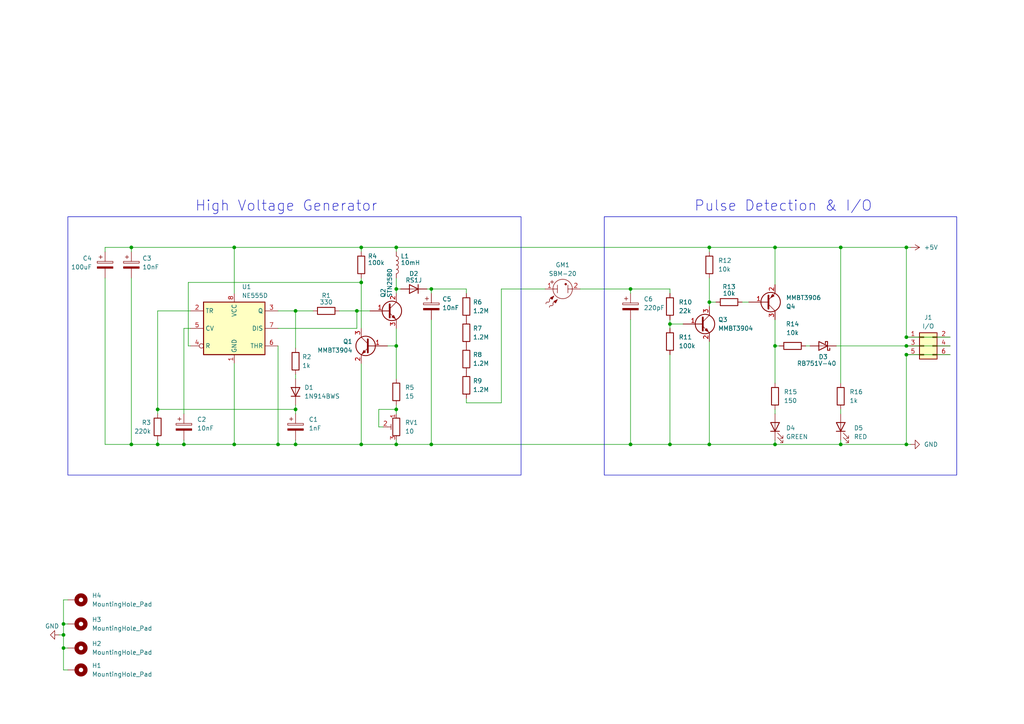
<source format=kicad_sch>
(kicad_sch (version 20230121) (generator eeschema)
  (paper "A4")
  (title_block (title "Geiger Tube Driver") (date "2023-12-29") (rev "1.1") (company "https://github.com/median-dispersion/SBM-20-Geiger-Counter"))
  (lib_symbols
    (symbol "Connector_Generic:Conn_02x03_Odd_Even" (pin_names (offset 1.016) hide)
      (property "Reference" "J" (at 1.27 5.08 0))
      (property "Value" "Conn_02x03_Odd_Even" (at 1.27 -5.08 0))
      (symbol "Conn_02x03_Odd_Even_1_1"
        (rectangle (start -1.27 -2.413) (end 0 -2.667) (stroke (width 0.1524)))
        (rectangle (start -1.27 0.127) (end 0 -0.127) (stroke (width 0.1524)))
        (rectangle (start -1.27 2.667) (end 0 2.413) (stroke (width 0.1524)))
        (rectangle (start -1.27 3.81) (end 3.81 -3.81) (stroke (width 0.254)) (fill (type background)))
        (rectangle (start 3.81 -2.413) (end 2.54 -2.667) (stroke (width 0.1524)))
        (rectangle (start 3.81 0.127) (end 2.54 -0.127) (stroke (width 0.1524)))
        (rectangle (start 3.81 2.667) (end 2.54 2.413) (stroke (width 0.1524)))
        (pin passive line (at -5.08 2.54 0) (length 3.81) (name "Pin_1") (number "1"))
        (pin passive line (at 7.62 2.54 180) (length 3.81) (name "Pin_2") (number "2"))
        (pin passive line (at -5.08 0 0) (length 3.81) (name "Pin_3") (number "3"))
        (pin passive line (at 7.62 0 180) (length 3.81) (name "Pin_4") (number "4"))
        (pin passive line (at -5.08 -2.54 0) (length 3.81) (name "Pin_5") (number "5"))
        (pin passive line (at 7.62 -2.54 180) (length 3.81) (name "Pin_6") (number "6"))
      )
    )
    (symbol "Device:C_Polarized" (pin_numbers hide) (pin_names (offset 0.254))
      (property "Reference" "C" (at 0.635 2.54 0))
      (property "Value" "C_Polarized" (at 0.635 -2.54 0))
      (symbol "C_Polarized_0_1"
        (rectangle (start -2.286 0.508) (end 2.286 1.016))
        (polyline (pts (xy -1.778 2.286) (xy -0.762 2.286)))
        (polyline (pts (xy -1.27 2.794) (xy -1.27 1.778)))
        (rectangle (start 2.286 -0.508) (end -2.286 -1.016) (fill (type outline)))
      )
      (symbol "C_Polarized_1_1"
        (pin passive line (at 0 3.81 270) (length 2.794) (name "~") (number "1"))
        (pin passive line (at 0 -3.81 90) (length 2.794) (name "~") (number "2"))
      )
    )
    (symbol "Device:D" (pin_numbers hide) (pin_names (offset 1.016) hide)
      (property "Reference" "D" (at 0 2.54 0))
      (property "Value" "D" (at 0 -2.54 0))
      (symbol "D_0_1"
        (polyline (pts (xy -1.27 1.27) (xy -1.27 -1.27)) (stroke (width 0.254)))
        (polyline (pts (xy 1.27 0) (xy -1.27 0)))
        (polyline (pts (xy 1.27 1.27) (xy 1.27 -1.27) (xy -1.27 0) (xy 1.27 1.27)) (stroke (width 0.254)))
      )
      (symbol "D_1_1"
        (pin passive line (at -3.81 0 0) (length 2.54) (name "K") (number "1"))
        (pin passive line (at 3.81 0 180) (length 2.54) (name "A") (number "2"))
      )
    )
    (symbol "Device:D_Schottky" (pin_numbers hide) (pin_names (offset 1.016) hide)
      (property "Reference" "D" (at 0 2.54 0))
      (property "Value" "D_Schottky" (at 0 -2.54 0))
      (symbol "D_Schottky_0_1"
        (polyline (pts (xy 1.27 0) (xy -1.27 0)))
        (polyline (pts (xy 1.27 1.27) (xy 1.27 -1.27) (xy -1.27 0) (xy 1.27 1.27)) (stroke (width 0.254)))
        (polyline (pts (xy -1.905 0.635) (xy -1.905 1.27) (xy -1.27 1.27) (xy -1.27 -1.27) (xy -0.635 -1.27) (xy -0.635 -0.635)) (stroke (width 0.254)))
      )
      (symbol "D_Schottky_1_1"
        (pin passive line (at -3.81 0 0) (length 2.54) (name "K") (number "1"))
        (pin passive line (at 3.81 0 180) (length 2.54) (name "A") (number "2"))
      )
    )
    (symbol "Device:L" (pin_numbers hide) (pin_names (offset 1.016) hide)
      (property "Reference" "L" (at -1.27 0 90))
      (property "Value" "L" (at 1.905 0 90))
      (symbol "L_0_1"
        (arc (start 0 -2.54) (mid 0.6323 -1.905) (end 0 -1.27))
        (arc (start 0 -1.27) (mid 0.6323 -0.635) (end 0 0))
        (arc (start 0 0) (mid 0.6323 0.635) (end 0 1.27))
        (arc (start 0 1.27) (mid 0.6323 1.905) (end 0 2.54))
      )
      (symbol "L_1_1"
        (pin passive line (at 0 3.81 270) (length 1.27) (name "1") (number "1"))
        (pin passive line (at 0 -3.81 90) (length 1.27) (name "2") (number "2"))
      )
    )
    (symbol "Device:LED" (pin_numbers hide) (pin_names (offset 1.016) hide)
      (property "Reference" "D" (at 0 2.54 0))
      (property "Value" "LED" (at 0 -2.54 0))
      (symbol "LED_0_1"
        (polyline (pts (xy -1.27 -1.27) (xy -1.27 1.27)) (stroke (width 0.254)))
        (polyline (pts (xy -1.27 0) (xy 1.27 0)))
        (polyline (pts (xy 1.27 -1.27) (xy 1.27 1.27) (xy -1.27 0) (xy 1.27 -1.27)) (stroke (width 0.254)))
        (polyline (pts (xy -3.048 -0.762) (xy -4.572 -2.286) (xy -3.81 -2.286) (xy -4.572 -2.286) (xy -4.572 -1.524)))
        (polyline (pts (xy -1.778 -0.762) (xy -3.302 -2.286) (xy -2.54 -2.286) (xy -3.302 -2.286) (xy -3.302 -1.524)))
      )
      (symbol "LED_1_1"
        (pin passive line (at -3.81 0 0) (length 2.54) (name "K") (number "1"))
        (pin passive line (at 3.81 0 180) (length 2.54) (name "A") (number "2"))
      )
    )
    (symbol "Device:R" (pin_numbers hide) (pin_names (offset 0))
      (property "Reference" "R" (at 2.032 0 90))
      (property "Value" "R" (at 0 0 90))
      (symbol "R_0_1"
        (rectangle (start -1.016 -2.54) (end 1.016 2.54) (stroke (width 0.254)))
      )
      (symbol "R_1_1"
        (pin passive line (at 0 3.81 270) (length 1.27) (name "~") (number "1"))
        (pin passive line (at 0 -3.81 90) (length 1.27) (name "~") (number "2"))
      )
    )
    (symbol "Device:R_Potentiometer_Trim" (pin_names (offset 1.016) hide)
      (property "Reference" "RV" (at -4.445 0 90))
      (property "Value" "R_Potentiometer_Trim" (at -2.54 0 90))
      (symbol "R_Potentiometer_Trim_0_1"
        (polyline (pts (xy 1.524 0.762) (xy 1.524 -0.762)))
        (polyline (pts (xy 2.54 0) (xy 1.524 0)))
        (rectangle (start 1.016 2.54) (end -1.016 -2.54) (stroke (width 0.254)))
      )
      (symbol "R_Potentiometer_Trim_1_1"
        (pin passive line (at 0 3.81 270) (length 1.27) (name "1") (number "1"))
        (pin passive line (at 3.81 0 180) (length 1.27) (name "2") (number "2"))
        (pin passive line (at 0 -3.81 90) (length 1.27) (name "3") (number "3"))
      )
    )
    (symbol "Mechanical:MountingHole_Pad" (pin_numbers hide) (pin_names (offset 1.016) hide)
      (property "Reference" "H" (at 0 6.35 0))
      (property "Value" "MountingHole_Pad" (at 0 4.445 0))
      (symbol "MountingHole_Pad_0_1"
        (circle (center 0 1.27) (radius 1.27) (stroke (width 1.27)))
      )
      (symbol "MountingHole_Pad_1_1"
        (pin input line (at 0 -2.54 90) (length 2.54) (name "1") (number "1"))
      )
    )
    (symbol "Sensor:Nuclear-Radiation_Detector" (pin_names (offset 0) hide)
      (property "Reference" "V" (at 5.08 1.27 0))
      (property "Value" "Nuclear-Radiation_Detector" (at 5.08 -1.27 0))
      (symbol "Nuclear-Radiation_Detector_0_0"
        (text "+" (at 2.032 3.175 0) (effects (font (size 1.27 1.27))))
      )
      (symbol "Nuclear-Radiation_Detector_0_1"
        (arc (start -2.794 3.302) (mid -2.891 3.713) (end -3.302 3.81))
        (polyline (pts (xy -1.143 -1.524) (xy 1.143 -1.524)))
        (polyline (pts (xy -1.143 1.524) (xy 1.143 1.524)))
        (polyline (pts (xy 0 -1.524) (xy 0 -2.54)))
        (polyline (pts (xy 0 2.54) (xy 0 1.524)))
        (polyline (pts (xy -2.54 3.556) (xy -3.048 3.048) (xy -2.032 2.54) (xy -2.54 3.556)) (fill (type outline)))
        (circle (center 0 0) (radius 2.8194))
        (circle (center 1.397 -0.889) (radius 0.254) (fill (type outline)))
      )
      (symbol "Nuclear-Radiation_Detector_1_1"
        (arc (start -4.826 3.302) (mid -4.923 3.713) (end -5.334 3.81))
        (arc (start -4.826 3.302) (mid -4.729 2.891) (end -4.318 2.794))
        (arc (start -3.81 2.286) (mid -3.907 2.697) (end -4.318 2.794))
        (arc (start -3.81 4.318) (mid -3.907 4.729) (end -4.318 4.826))
        (arc (start -3.81 4.318) (mid -3.713 3.907) (end -3.302 3.81))
        (polyline (pts (xy -3.556 2.54) (xy -4.064 2.032) (xy -3.048 1.524) (xy -3.556 2.54)) (fill (type outline)))
        (pin passive line (at 0 5.08 270) (length 2.54) (name "1") (number "1"))
        (pin passive line (at 0 -5.08 90) (length 2.54) (name "2") (number "2"))
      )
    )
    (symbol "Timer:NE555D"
      (property "Reference" "U" (at -10.16 8.89 0))
      (property "Value" "NE555D" (at 2.54 8.89 0))
      (symbol "NE555D_0_0"
        (pin power_in line (at 0 -10.16 90) (length 2.54) (name "GND") (number "1"))
        (pin power_in line (at 0 10.16 270) (length 2.54) (name "VCC") (number "8"))
      )
      (symbol "NE555D_0_1"
        (rectangle (start -8.89 -7.62) (end 8.89 7.62) (stroke (width 0.254)) (fill (type background)))
        (rectangle (start -8.89 -7.62) (end 8.89 7.62) (stroke (width 0.254)) (fill (type background)))
      )
      (symbol "NE555D_1_1"
        (pin input line (at -12.7 5.08 0) (length 3.81) (name "TR") (number "2"))
        (pin output line (at 12.7 5.08 180) (length 3.81) (name "Q") (number "3"))
        (pin input inverted (at -12.7 -5.08 0) (length 3.81) (name "R") (number "4"))
        (pin input line (at -12.7 0 0) (length 3.81) (name "CV") (number "5"))
        (pin input line (at 12.7 -5.08 180) (length 3.81) (name "THR") (number "6"))
        (pin input line (at 12.7 0 180) (length 3.81) (name "DIS") (number "7"))
      )
    )
    (symbol "Transistor_BJT:MMBT3904" (pin_names (offset 0) hide)
      (property "Reference" "Q" (at 5.08 1.905 0))
      (property "Value" "MMBT3904" (at 5.08 0 0))
      (symbol "MMBT3904_0_1"
        (polyline (pts (xy 0.635 0.635) (xy 2.54 2.54)))
        (polyline (pts (xy 0.635 -0.635) (xy 2.54 -2.54) (xy 2.54 -2.54)))
        (polyline (pts (xy 0.635 1.905) (xy 0.635 -1.905) (xy 0.635 -1.905)) (stroke (width 0.508)))
        (polyline (pts (xy 1.27 -1.778) (xy 1.778 -1.27) (xy 2.286 -2.286) (xy 1.27 -1.778) (xy 1.27 -1.778)) (fill (type outline)))
        (circle (center 1.27 0) (radius 2.8194) (stroke (width 0.254)))
      )
      (symbol "MMBT3904_1_1"
        (pin input line (at -5.08 0 0) (length 5.715) (name "B") (number "1"))
        (pin passive line (at 2.54 -5.08 90) (length 2.54) (name "E") (number "2"))
        (pin passive line (at 2.54 5.08 270) (length 2.54) (name "C") (number "3"))
      )
    )
    (symbol "Transistor_BJT:MMBT3906" (pin_names (offset 0) hide)
      (property "Reference" "Q" (at 5.08 1.905 0))
      (property "Value" "MMBT3906" (at 5.08 0 0))
      (symbol "MMBT3906_0_1"
        (polyline (pts (xy 0.635 0.635) (xy 2.54 2.54)))
        (polyline (pts (xy 0.635 -0.635) (xy 2.54 -2.54) (xy 2.54 -2.54)))
        (polyline (pts (xy 0.635 1.905) (xy 0.635 -1.905) (xy 0.635 -1.905)) (stroke (width 0.508)))
        (polyline (pts (xy 2.286 -1.778) (xy 1.778 -2.286) (xy 1.27 -1.27) (xy 2.286 -1.778) (xy 2.286 -1.778)) (fill (type outline)))
        (circle (center 1.27 0) (radius 2.8194) (stroke (width 0.254)))
      )
      (symbol "MMBT3906_1_1"
        (pin input line (at -5.08 0 0) (length 5.715) (name "B") (number "1"))
        (pin passive line (at 2.54 -5.08 90) (length 2.54) (name "E") (number "2"))
        (pin passive line (at 2.54 5.08 270) (length 2.54) (name "C") (number "3"))
      )
    )
    (symbol "Transistor_BJT:PZT3904" (pin_names (offset 0) hide)
      (property "Reference" "Q" (at 5.08 1.905 0))
      (property "Value" "PZT3904" (at 5.08 0 0))
      (symbol "PZT3904_0_1"
        (polyline (pts (xy 0.635 0.635) (xy 2.54 2.54)))
        (polyline (pts (xy 0.635 -0.635) (xy 2.54 -2.54) (xy 2.54 -2.54)))
        (polyline (pts (xy 0.635 1.905) (xy 0.635 -1.905) (xy 0.635 -1.905)) (stroke (width 0.508)))
        (polyline (pts (xy 1.27 -1.778) (xy 1.778 -1.27) (xy 2.286 -2.286) (xy 1.27 -1.778) (xy 1.27 -1.778)) (fill (type outline)))
        (circle (center 1.27 0) (radius 2.8194) (stroke (width 0.254)))
      )
      (symbol "PZT3904_1_1"
        (pin input line (at -5.08 0 0) (length 5.715) (name "B") (number "1"))
        (pin passive line (at 2.54 5.08 270) (length 2.54) (name "C") (number "2"))
        (pin passive line (at 2.54 -5.08 90) (length 2.54) (name "E") (number "3"))
        (pin passive line (at 2.54 5.08 270) (length 2.54) hide (name "C") (number "4"))
      )
    )
    (symbol "power:+5V" (power) (pin_names (offset 0))
      (property "Value" "+5V" (at 0 3.556 0))
      (symbol "+5V_0_1"
        (polyline (pts (xy -0.762 1.27) (xy 0 2.54)))
        (polyline (pts (xy 0 0) (xy 0 2.54)))
        (polyline (pts (xy 0 2.54) (xy 0.762 1.27)))
      )
      (symbol "+5V_1_1"
        (pin power_in line (at 0 0 90) (length 0) hide (name "+5V") (number "1"))
      )
    )
    (symbol "power:GND" (power) (pin_names (offset 0))
      (property "Value" "GND" (at 0 -3.81 0))
      (symbol "GND_0_1"
        (polyline (pts (xy 0 0) (xy 0 -1.27) (xy 1.27 -1.27) (xy 0 -2.54) (xy -1.27 -1.27) (xy 0 -1.27)))
      )
      (symbol "GND_1_1"
        (pin power_in line (at 0 0 270) (length 0) hide (name "GND") (number "1"))
      )
    )
  )
  (junction (at 205.74 87.63))
  (junction (at 262.89 128.905))
  (junction (at 45.72 128.905))
  (junction (at 18.415 187.96))
  (junction (at 85.725 90.17))
  (junction (at 125.095 128.905))
  (junction (at 262.89 100.33))
  (junction (at 104.775 71.755))
  (junction (at 194.31 128.905))
  (junction (at 205.74 128.905))
  (junction (at 104.775 128.905))
  (junction (at 194.31 93.98))
  (junction (at 125.095 83.82))
  (junction (at 262.89 71.755))
  (junction (at 85.725 118.745))
  (junction (at 262.89 97.79))
  (junction (at 67.945 128.905))
  (junction (at 18.415 180.975))
  (junction (at 224.79 128.905))
  (junction (at 103.505 90.17))
  (junction (at 114.935 71.755))
  (junction (at 224.79 71.755))
  (junction (at 80.645 128.905))
  (junction (at 182.88 128.905))
  (junction (at 114.935 128.905))
  (junction (at 262.89 102.87))
  (junction (at 243.84 71.755))
  (junction (at 67.945 71.755))
  (junction (at 38.1 71.755))
  (junction (at 114.935 118.745))
  (junction (at 243.84 128.905))
  (junction (at 182.88 83.82))
  (junction (at 85.725 128.905))
  (junction (at 114.935 83.82))
  (junction (at 18.415 184.15))
  (junction (at 205.74 71.755))
  (junction (at 224.79 100.33))
  (junction (at 114.935 100.33))
  (junction (at 104.775 81.915))
  (junction (at 53.34 128.905))
  (junction (at 45.72 118.745))
  (junction (at 38.1 128.905))
  (wire (pts (xy 114.935 118.745) (xy 114.935 117.475)))
  (wire (pts (xy 182.88 83.82) (xy 182.88 85.09)))
  (wire (pts (xy 205.74 99.06) (xy 205.74 128.905)))
  (wire (pts (xy 67.945 71.755) (xy 67.945 85.09)))
  (wire (pts (xy 182.88 83.82) (xy 194.31 83.82)))
  (wire (pts (xy 182.88 128.905) (xy 194.31 128.905)))
  (wire (pts (xy 80.645 90.17) (xy 85.725 90.17)))
  (wire (pts (xy 242.57 100.33) (xy 262.89 100.33)))
  (wire (pts (xy 116.205 83.82) (xy 114.935 83.82)))
  (wire (pts (xy 114.935 95.25) (xy 114.935 100.33)))
  (wire (pts (xy 85.725 118.745) (xy 85.725 120.015)))
  (wire (pts (xy 45.72 118.745) (xy 85.725 118.745)))
  (wire (pts (xy 262.89 102.87) (xy 262.89 128.905)))
  (wire (pts (xy 135.255 83.82) (xy 125.095 83.82)))
  (wire (pts (xy 243.84 71.755) (xy 224.79 71.755)))
  (wire (pts (xy 30.48 71.755) (xy 38.1 71.755)))
  (wire (pts (xy 85.725 109.855) (xy 85.725 108.585)))
  (wire (pts (xy 114.935 128.905) (xy 114.935 127.635)))
  (wire (pts (xy 198.12 93.98) (xy 194.31 93.98)))
  (wire (pts (xy 205.74 128.905) (xy 224.79 128.905)))
  (wire (pts (xy 243.84 128.905) (xy 224.79 128.905)))
  (wire (pts (xy 18.415 184.15) (xy 18.415 180.975)))
  (wire (pts (xy 85.725 128.905) (xy 85.725 127.635)))
  (wire (pts (xy 217.17 87.63) (xy 215.265 87.63)))
  (wire (pts (xy 109.855 123.825) (xy 109.855 118.745)))
  (wire (pts (xy 17.145 184.15) (xy 18.415 184.15)))
  (wire (pts (xy 207.645 87.63) (xy 205.74 87.63)))
  (wire (pts (xy 80.645 100.33) (xy 80.645 128.905)))
  (wire (pts (xy 18.415 187.96) (xy 18.415 184.15)))
  (wire (pts (xy 194.31 95.25) (xy 194.31 93.98)))
  (wire (pts (xy 18.415 180.975) (xy 18.415 173.99)))
  (wire (pts (xy 205.74 128.905) (xy 194.31 128.905)))
  (wire (pts (xy 111.125 123.825) (xy 109.855 123.825)))
  (wire (pts (xy 205.74 71.755) (xy 114.935 71.755)))
  (wire (pts (xy 104.775 105.41) (xy 104.775 128.905)))
  (wire (pts (xy 243.84 127.635) (xy 243.84 128.905)))
  (wire (pts (xy 30.48 80.645) (xy 30.48 128.905)))
  (wire (pts (xy 38.1 128.905) (xy 45.72 128.905)))
  (wire (pts (xy 19.685 194.31) (xy 18.415 194.31)))
  (wire (pts (xy 145.415 83.82) (xy 158.115 83.82)))
  (wire (pts (xy 114.935 120.015) (xy 114.935 118.745)))
  (wire (pts (xy 168.275 83.82) (xy 182.88 83.82)))
  (wire (pts (xy 125.095 128.905) (xy 182.88 128.905)))
  (wire (pts (xy 262.89 97.79) (xy 275.59 97.79)))
  (wire (pts (xy 194.31 85.09) (xy 194.31 83.82)))
  (wire (pts (xy 53.34 128.905) (xy 67.945 128.905)))
  (wire (pts (xy 114.935 100.33) (xy 112.395 100.33)))
  (wire (pts (xy 205.74 80.645) (xy 205.74 87.63)))
  (wire (pts (xy 114.935 73.025) (xy 114.935 71.755)))
  (wire (pts (xy 104.775 81.915) (xy 104.775 95.25)))
  (wire (pts (xy 104.775 128.905) (xy 114.935 128.905)))
  (wire (pts (xy 67.945 71.755) (xy 38.1 71.755)))
  (wire (pts (xy 194.31 102.87) (xy 194.31 128.905)))
  (wire (pts (xy 45.72 118.745) (xy 45.72 90.17)))
  (wire (pts (xy 205.74 87.63) (xy 205.74 88.9)))
  (wire (pts (xy 53.34 95.25) (xy 53.34 120.015)))
  (wire (pts (xy 30.48 128.905) (xy 38.1 128.905)))
  (wire (pts (xy 98.425 90.17) (xy 103.505 90.17)))
  (wire (pts (xy 234.95 100.33) (xy 233.68 100.33)))
  (wire (pts (xy 67.945 128.905) (xy 80.645 128.905)))
  (wire (pts (xy 107.315 90.17) (xy 103.505 90.17)))
  (wire (pts (xy 54.61 81.915) (xy 104.775 81.915)))
  (wire (pts (xy 262.89 71.755) (xy 243.84 71.755)))
  (wire (pts (xy 67.945 105.41) (xy 67.945 128.905)))
  (wire (pts (xy 103.505 90.17) (xy 103.505 95.25)))
  (wire (pts (xy 224.79 127.635) (xy 224.79 128.905)))
  (wire (pts (xy 205.74 71.755) (xy 224.79 71.755)))
  (wire (pts (xy 262.89 128.905) (xy 243.84 128.905)))
  (wire (pts (xy 182.88 92.71) (xy 182.88 128.905)))
  (wire (pts (xy 243.84 111.125) (xy 243.84 71.755)))
  (wire (pts (xy 123.825 83.82) (xy 125.095 83.82)))
  (wire (pts (xy 53.34 95.25) (xy 55.245 95.25)))
  (wire (pts (xy 18.415 180.975) (xy 19.685 180.975)))
  (wire (pts (xy 224.79 100.33) (xy 226.06 100.33)))
  (wire (pts (xy 85.725 128.905) (xy 104.775 128.905)))
  (wire (pts (xy 55.245 100.33) (xy 54.61 100.33)))
  (wire (pts (xy 53.34 128.905) (xy 53.34 127.635)))
  (wire (pts (xy 104.775 73.025) (xy 104.775 71.755)))
  (wire (pts (xy 194.31 93.98) (xy 194.31 92.71)))
  (wire (pts (xy 224.79 100.33) (xy 224.79 111.125)))
  (wire (pts (xy 45.72 127.635) (xy 45.72 128.905)))
  (wire (pts (xy 85.725 100.965) (xy 85.725 90.17)))
  (wire (pts (xy 125.095 83.82) (xy 125.095 85.09)))
  (wire (pts (xy 125.095 92.71) (xy 125.095 128.905)))
  (wire (pts (xy 264.16 128.905) (xy 262.89 128.905)))
  (wire (pts (xy 262.89 100.33) (xy 275.59 100.33)))
  (wire (pts (xy 114.935 128.905) (xy 125.095 128.905)))
  (wire (pts (xy 104.775 80.645) (xy 104.775 81.915)))
  (wire (pts (xy 45.72 90.17) (xy 55.245 90.17)))
  (wire (pts (xy 45.72 118.745) (xy 45.72 120.015)))
  (wire (pts (xy 243.84 118.745) (xy 243.84 120.015)))
  (wire (pts (xy 18.415 194.31) (xy 18.415 187.96)))
  (wire (pts (xy 224.79 120.015) (xy 224.79 118.745)))
  (wire (pts (xy 145.415 83.82) (xy 145.415 116.84)))
  (wire (pts (xy 103.505 95.25) (xy 80.645 95.25)))
  (wire (pts (xy 135.255 116.84) (xy 145.415 116.84)))
  (wire (pts (xy 104.775 71.755) (xy 114.935 71.755)))
  (wire (pts (xy 135.255 85.09) (xy 135.255 83.82)))
  (wire (pts (xy 224.79 92.71) (xy 224.79 100.33)))
  (wire (pts (xy 224.79 82.55) (xy 224.79 71.755)))
  (wire (pts (xy 18.415 187.96) (xy 19.685 187.96)))
  (wire (pts (xy 114.935 83.82) (xy 114.935 85.09)))
  (wire (pts (xy 80.645 128.905) (xy 85.725 128.905)))
  (wire (pts (xy 109.855 118.745) (xy 114.935 118.745)))
  (wire (pts (xy 205.74 73.025) (xy 205.74 71.755)))
  (wire (pts (xy 264.16 71.755) (xy 262.89 71.755)))
  (wire (pts (xy 114.935 80.645) (xy 114.935 83.82)))
  (wire (pts (xy 45.72 128.905) (xy 53.34 128.905)))
  (wire (pts (xy 104.775 71.755) (xy 67.945 71.755)))
  (wire (pts (xy 38.1 80.645) (xy 38.1 128.905)))
  (wire (pts (xy 135.255 115.57) (xy 135.255 116.84)))
  (wire (pts (xy 262.89 102.87) (xy 275.59 102.87)))
  (wire (pts (xy 18.415 173.99) (xy 19.685 173.99)))
  (wire (pts (xy 30.48 73.025) (xy 30.48 71.755)))
  (wire (pts (xy 85.725 117.475) (xy 85.725 118.745)))
  (wire (pts (xy 114.935 109.855) (xy 114.935 100.33)))
  (wire (pts (xy 38.1 71.755) (xy 38.1 73.025)))
  (wire (pts (xy 90.805 90.17) (xy 85.725 90.17)))
  (wire (pts (xy 262.89 97.79) (xy 262.89 71.755)))
  (wire (pts (xy 54.61 100.33) (xy 54.61 81.915)))
  (rectangle (start 175.26 62.865) (end 277.495 137.795))
  (rectangle (start 19.685 62.865) (end 151.13 137.795))
  (text "Pulse Detection & I/O" (at 201.295 61.595 0) (effects (font (size 3 3)) (justify left bottom)))
  (text "High Voltage Generator" (at 56.515 61.595 0) (effects (font (size 3 3)) (justify left bottom)))
  (symbol (lib_id "power:GND") (at 17.145 184.15 270) (unit 1)
    (property "Reference" "#PWR01" (effects hide))
    (property "Value" "GND" (at 17.145 181.61 90) (effects (justify right)))
  )
  (symbol (lib_id "Device:D") (at 120.015 83.82 180) (unit 1)
    (property "Reference" "D2" (at 120.015 79.375 0))
    (property "Value" "RS1J" (at 120.015 81.28 0))
    (property "Footprint" "Footprints:SMA_HV_Handsoldering" (effects hide))
    (property "Datasheet" "https://www.diodes.com/assets/Datasheets/ds15002.pdf" (effects hide))
    (property "Sim.Device" "D" (effects hide))
    (property "Sim.Pins" "1=K 2=A" (effects hide))
  )
  (symbol (lib_id "Device:C_Polarized") (at 85.725 123.825 0) (unit 1)
    (property "Reference" "C1" (at 89.535 121.666 0) (effects (justify left)))
    (property "Value" "1nF" (at 89.535 124.206 0) (effects (justify left)))
    (property "Footprint" "Capacitor_SMD:C_1206_3216Metric_Pad1.33x1.80mm_HandSolder" (effects hide))
    (property "Datasheet" "https://www.we-online.com/katalog/datasheet/885012208046.pdf" (effects hide))
  )
  (symbol (lib_id "Device:LED") (at 243.84 123.825 90) (unit 1)
    (property "Reference" "D5" (at 247.65 124.1425 90) (effects (justify right)))
    (property "Value" "RED" (at 247.65 126.6825 90) (effects (justify right)))
    (property "Footprint" "LED_SMD:LED_1206_3216Metric_Pad1.42x1.75mm_HandSolder" (effects hide))
    (property "Datasheet" "https://www.we-online.com/katalog/datasheet/150120RS75000.pdf" (effects hide))
  )
  (symbol (lib_id "Device:LED") (at 224.79 123.825 90) (unit 1)
    (property "Reference" "D4" (at 227.965 124.1425 90) (effects (justify right)))
    (property "Value" "GREEN" (at 227.965 126.6825 90) (effects (justify right)))
    (property "Footprint" "LED_SMD:LED_1206_3216Metric_Pad1.42x1.75mm_HandSolder" (effects hide))
    (property "Datasheet" "https://www.we-online.com/katalog/datasheet/150120GS75000.pdf" (effects hide))
  )
  (symbol (lib_id "Device:R") (at 205.74 76.835 0) (unit 1)
    (property "Reference" "R12" (at 208.28 75.565 0) (effects (justify left)))
    (property "Value" "10k" (at 208.28 78.105 0) (effects (justify left)))
    (property "Footprint" "Resistor_SMD:R_1206_3216Metric_Pad1.30x1.75mm_HandSolder" (effects hide))
    (property "Datasheet" "https://www.yageo.com/upload/media/product/productsearch/datasheet/rchip/PYu-RC_Group_51_RoHS_L_12.pdf" (effects hide))
  )
  (symbol (lib_id "Mechanical:MountingHole_Pad") (at 22.225 180.975 270) (unit 1)
    (property "Reference" "H3" (at 26.67 179.705 90) (effects (justify left)))
    (property "Value" "MountingHole_Pad" (at 26.67 182.245 90) (effects (justify left)))
    (property "Footprint" "Footprints:MountingHole_3.2mm_M3_Pad_Via" (effects hide))
  )
  (symbol (lib_id "Connector_Generic:Conn_02x03_Odd_Even") (at 267.97 100.33 0) (unit 1)
    (property "Reference" "J1" (at 269.24 92.075 0))
    (property "Value" "I/O" (at 269.24 94.615 0))
    (property "Footprint" "Connector_PinHeader_2.54mm:PinHeader_2x03_P2.54mm_Vertical" (effects hide))
    (property "Datasheet" "https://app.adam-tech.com/products/download/data_sheet/202065/ph2-xx-ua-data-sheet.pdf" (effects hide))
  )
  (symbol (lib_id "Device:R") (at 94.615 90.17 90) (unit 1)
    (property "Reference" "R1" (at 94.615 85.725 90))
    (property "Value" "330" (at 94.615 87.63 90))
    (property "Footprint" "Resistor_SMD:R_1206_3216Metric_Pad1.30x1.75mm_HandSolder" (effects hide))
    (property "Datasheet" "https://www.yageo.com/upload/media/product/productsearch/datasheet/rchip/PYu-RC_Group_51_RoHS_L_12.pdf" (effects hide))
  )
  (symbol (lib_id "Transistor_BJT:MMBT3904") (at 107.315 100.33 0) (mirror y) (unit 1)
    (property "Reference" "Q1" (at 102.235 99.06 0) (effects (justify left)))
    (property "Value" "MMBT3904" (at 102.235 101.6 0) (effects (justify left)))
    (property "Footprint" "Package_TO_SOT_SMD:SOT-23_Handsoldering" (effects hide))
    (property "Datasheet" "https://goodarksemi.com/docs/datasheets/transistors/MMBT3904.pdf" (effects hide))
  )
  (symbol (lib_id "Device:R") (at 194.31 99.06 0) (unit 1)
    (property "Reference" "R11" (at 196.85 97.79 0) (effects (justify left)))
    (property "Value" "100k" (at 196.85 100.33 0) (effects (justify left)))
    (property "Footprint" "Resistor_SMD:R_1206_3216Metric_Pad1.30x1.75mm_HandSolder" (effects hide))
    (property "Datasheet" "https://www.yageo.com/upload/media/product/productsearch/datasheet/rchip/PYu-AC_51_RoHS_L_9.pdf" (effects hide))
  )
  (symbol (lib_id "Sensor:Nuclear-Radiation_Detector") (at 163.195 83.82 90) (unit 1)
    (property "Reference" "GM1" (at 163.195 76.835 90))
    (property "Value" "SBM-20" (at 163.195 79.375 90))
    (property "Footprint" "Footprints:SBM-20" (effects hide))
    (property "Datasheet" "https://www.belfuse.com/resources/datasheets/circuitprotection/ds-cp-0672-fuse-clips-series.pdf" (effects hide))
  )
  (symbol (lib_id "Device:C_Polarized") (at 38.1 76.835 0) (unit 1)
    (property "Reference" "C3" (at 41.275 74.93 0) (effects (justify left)))
    (property "Value" "10nF" (at 41.275 77.47 0) (effects (justify left)))
    (property "Footprint" "Capacitor_SMD:C_1206_3216Metric_Pad1.33x1.80mm_HandSolder" (effects hide))
    (property "Datasheet" "https://www.we-online.com/katalog/datasheet/885012208112.pdf" (effects hide))
  )
  (symbol (lib_id "Device:R") (at 224.79 114.935 0) (unit 1)
    (property "Reference" "R15" (at 227.33 113.665 0) (effects (justify left)))
    (property "Value" "150" (at 227.33 116.205 0) (effects (justify left)))
    (property "Footprint" "Resistor_SMD:R_1206_3216Metric_Pad1.30x1.75mm_HandSolder" (effects hide))
    (property "Datasheet" "https://www.yageo.com/upload/media/product/productsearch/datasheet/rchip/PYu-RC_Group_51_RoHS_L_12.pdf" (effects hide))
  )
  (symbol (lib_id "Mechanical:MountingHole_Pad") (at 22.225 173.99 270) (unit 1)
    (property "Reference" "H4" (at 26.67 172.72 90) (effects (justify left)))
    (property "Value" "MountingHole_Pad" (at 26.67 175.26 90) (effects (justify left)))
    (property "Footprint" "Footprints:MountingHole_3.2mm_M3_Pad_Via" (effects hide))
  )
  (symbol (lib_id "Device:R") (at 135.255 96.52 0) (unit 1)
    (property "Reference" "R7" (at 137.16 95.25 0) (effects (justify left)))
    (property "Value" "1.2M" (at 137.16 97.79 0) (effects (justify left)))
    (property "Footprint" "Resistor_SMD:R_1206_3216Metric_Pad1.30x1.75mm_HandSolder" (effects hide))
    (property "Datasheet" "https://www.yageo.com/upload/media/product/productsearch/datasheet/rchip/PYu-RC_Group_51_RoHS_L_12.pdf" (effects hide))
  )
  (symbol (lib_id "Device:R") (at 194.31 88.9 0) (unit 1)
    (property "Reference" "R10" (at 196.85 87.63 0) (effects (justify left)))
    (property "Value" "22k" (at 196.85 90.17 0) (effects (justify left)))
    (property "Footprint" "Resistor_SMD:R_1206_3216Metric_Pad1.30x1.75mm_HandSolder" (effects hide))
    (property "Datasheet" "https://www.yageo.com/upload/media/product/productsearch/datasheet/rchip/PYu-RC_Group_51_RoHS_L_12.pdf" (effects hide))
  )
  (symbol (lib_id "Timer:NE555D") (at 67.945 95.25 0) (unit 1)
    (property "Reference" "U1" (at 70.1391 83.185 0) (effects (justify left)))
    (property "Value" "NE555D" (at 70.1391 85.725 0) (effects (justify left)))
    (property "Footprint" "Package_SO:SOIC-8_3.9x4.9mm_P1.27mm" (effects hide))
    (property "Datasheet" "https://rocelec.widen.net/view/pdf/giqzbewdkx/slfs022i.pdf?t.download=true&u=5oefqw" (effects hide))
  )
  (symbol (lib_id "Device:C_Polarized") (at 30.48 76.835 0) (unit 1)
    (property "Reference" "C4" (at 26.67 74.93 0) (effects (justify right)))
    (property "Value" "100uF" (at 26.67 77.47 0) (effects (justify right)))
    (property "Footprint" "Capacitor_SMD:CP_Elec_6.3x5.4" (effects hide))
    (property "Datasheet" "https://www.we-online.com/katalog/datasheet/865080243007.pdf" (effects hide))
  )
  (symbol (lib_id "Device:R") (at 45.72 123.825 0) (unit 1)
    (property "Reference" "R3" (at 43.815 122.555 0) (effects (justify right)))
    (property "Value" "220k" (at 43.815 125.095 0) (effects (justify right)))
    (property "Footprint" "Resistor_SMD:R_1206_3216Metric_Pad1.30x1.75mm_HandSolder" (effects hide))
    (property "Datasheet" "https://www.yageo.com/upload/media/product/productsearch/datasheet/rchip/PYu-RC_Group_51_RoHS_L_12.pdf" (effects hide))
  )
  (symbol (lib_id "Device:R") (at 135.255 88.9 0) (unit 1)
    (property "Reference" "R6" (at 137.16 87.63 0) (effects (justify left)))
    (property "Value" "1.2M" (at 137.16 90.17 0) (effects (justify left)))
    (property "Footprint" "Resistor_SMD:R_1206_3216Metric_Pad1.30x1.75mm_HandSolder" (effects hide))
    (property "Datasheet" "https://www.yageo.com/upload/media/product/productsearch/datasheet/rchip/PYu-RC_Group_51_RoHS_L_12.pdf" (effects hide))
  )
  (symbol (lib_id "Device:R") (at 135.255 104.14 0) (unit 1)
    (property "Reference" "R8" (at 137.16 102.87 0) (effects (justify left)))
    (property "Value" "1.2M" (at 137.16 105.41 0) (effects (justify left)))
    (property "Footprint" "Resistor_SMD:R_1206_3216Metric_Pad1.30x1.75mm_HandSolder" (effects hide))
    (property "Datasheet" "https://www.yageo.com/upload/media/product/productsearch/datasheet/rchip/PYu-RC_Group_51_RoHS_L_12.pdf" (effects hide))
  )
  (symbol (lib_id "Device:D_Schottky") (at 238.76 100.33 180) (unit 1)
    (property "Reference" "D3" (at 238.76 103.505 0))
    (property "Value" "RB751V-40" (at 236.855 105.41 0))
    (property "Footprint" "Diode_SMD:D_SOD-323_HandSoldering" (effects hide))
    (property "Datasheet" "https://www.panjit.com.tw/upload/datasheet/RB751V-40.pdf" (effects hide))
  )
  (symbol (lib_id "power:GND") (at 264.16 128.905 90) (unit 1)
    (property "Reference" "#PWR02" (effects hide))
    (property "Value" "GND" (at 267.97 128.905 90) (effects (justify right)))
  )
  (symbol (lib_id "power:+5V") (at 264.16 71.755 270) (unit 1)
    (property "Reference" "#PWR03" (effects hide))
    (property "Value" "+5V" (at 267.97 71.755 90) (effects (justify left)))
  )
  (symbol (lib_id "Device:R") (at 243.84 114.935 0) (unit 1)
    (property "Reference" "R16" (at 246.38 113.665 0) (effects (justify left)))
    (property "Value" "1k" (at 246.38 116.205 0) (effects (justify left)))
    (property "Footprint" "Resistor_SMD:R_1206_3216Metric_Pad1.30x1.75mm_HandSolder" (effects hide))
    (property "Datasheet" "https://www.yageo.com/upload/media/product/productsearch/datasheet/rchip/PYu-RC_Group_51_RoHS_L_12.pdf" (effects hide))
  )
  (symbol (lib_id "Device:R") (at 211.455 87.63 90) (unit 1)
    (property "Reference" "R13" (at 211.455 83.185 90))
    (property "Value" "10k" (at 211.455 85.09 90))
    (property "Footprint" "Resistor_SMD:R_1206_3216Metric_Pad1.30x1.75mm_HandSolder" (effects hide))
    (property "Datasheet" "https://www.yageo.com/upload/media/product/productsearch/datasheet/rchip/PYu-RC_Group_51_RoHS_L_12.pdf" (effects hide))
  )
  (symbol (lib_id "Device:R") (at 229.87 100.33 90) (unit 1)
    (property "Reference" "R14" (at 229.87 93.98 90))
    (property "Value" "10k" (at 229.87 96.52 90))
    (property "Footprint" "Resistor_SMD:R_1206_3216Metric_Pad1.30x1.75mm_HandSolder" (effects hide))
    (property "Datasheet" "https://www.yageo.com/upload/media/product/productsearch/datasheet/rchip/PYu-RC_Group_51_RoHS_L_12.pdf" (effects hide))
  )
  (symbol (lib_id "Transistor_BJT:MMBT3904") (at 203.2 93.98 0) (unit 1)
    (property "Reference" "Q3" (at 208.28 92.71 0) (effects (justify left)))
    (property "Value" "MMBT3904" (at 208.28 95.25 0) (effects (justify left)))
    (property "Footprint" "Package_TO_SOT_SMD:SOT-23_Handsoldering" (effects hide))
    (property "Datasheet" "https://goodarksemi.com/docs/datasheets/transistors/MMBT3904.pdf" (effects hide))
  )
  (symbol (lib_id "Device:C_Polarized") (at 53.34 123.825 0) (unit 1)
    (property "Reference" "C2" (at 57.15 121.666 0) (effects (justify left)))
    (property "Value" "10nF" (at 57.15 124.206 0) (effects (justify left)))
    (property "Footprint" "Capacitor_SMD:C_1206_3216Metric_Pad1.33x1.80mm_HandSolder" (effects hide))
    (property "Datasheet" "https://www.we-online.com/katalog/datasheet/885012208112.pdf" (effects hide))
  )
  (symbol (lib_id "Mechanical:MountingHole_Pad") (at 22.225 187.96 270) (unit 1)
    (property "Reference" "H2" (at 26.67 186.69 90) (effects (justify left)))
    (property "Value" "MountingHole_Pad" (at 26.67 189.23 90) (effects (justify left)))
    (property "Footprint" "Footprints:MountingHole_3.2mm_M3_Pad_Via" (effects hide))
  )
  (symbol (lib_id "Device:R_Potentiometer_Trim") (at 114.935 123.825 0) (mirror y) (unit 1)
    (property "Reference" "RV1" (at 117.475 122.555 0) (effects (justify right)))
    (property "Value" "10" (at 117.475 125.095 0) (effects (justify right)))
    (property "Footprint" "Footprints:3361P-1-100GLF" (effects hide))
    (property "Datasheet" "https://www.bourns.com/docs/Product-Datasheets/3361.pdf" (effects hide))
  )
  (symbol (lib_id "Mechanical:MountingHole_Pad") (at 22.225 194.31 270) (unit 1)
    (property "Reference" "H1" (at 26.67 193.04 90) (effects (justify left)))
    (property "Value" "MountingHole_Pad" (at 26.67 195.58 90) (effects (justify left)))
    (property "Footprint" "Footprints:MountingHole_3.2mm_M3_Pad_Via" (effects hide))
  )
  (symbol (lib_id "Transistor_BJT:MMBT3906") (at 222.25 87.63 0) (mirror x) (unit 1)
    (property "Reference" "Q4" (at 227.965 88.9 0) (effects (justify left)))
    (property "Value" "MMBT3906" (at 227.965 86.36 0) (effects (justify left)))
    (property "Footprint" "Package_TO_SOT_SMD:SOT-23_Handsoldering" (effects hide))
    (property "Datasheet" "https://goodarksemi.com/docs/datasheets/transistors/MMBT3906.pdf" (effects hide))
  )
  (symbol (lib_id "Device:L") (at 114.935 76.835 0) (unit 1)
    (property "Reference" "L1" (at 116.205 74.295 0) (effects (justify left)))
    (property "Value" "10mH" (at 116.205 76.2 0) (effects (justify left)))
    (property "Footprint" "Footprints:8065_Handsoldering" (effects hide))
    (property "Datasheet" "https://www.we-online.com/katalog/datasheet/74404086103.pdf" (effects hide))
  )
  (symbol (lib_id "Transistor_BJT:PZT3904") (at 112.395 90.17 0) (unit 1)
    (property "Reference" "Q2" (at 111.125 86.36 90) (effects (justify left)))
    (property "Value" "STN2580" (at 113.03 86.36 90) (effects (justify left)))
    (property "Footprint" "Package_TO_SOT_SMD:SOT-223-3_TabPin2" (effects hide))
    (property "Datasheet" "https://www.st.com/content/ccc/resource/technical/document/datasheet/83/0b/b4/e4/ea/98/4a/58/DM00068906.pdf/files/DM00068906.pdf/jcr:content/translations/en.DM00068906.pdf" (effects hide))
  )
  (symbol (lib_id "Device:R") (at 104.775 76.835 0) (unit 1)
    (property "Reference" "R4" (at 106.68 74.295 0) (effects (justify left)))
    (property "Value" "100k" (at 106.68 76.2 0) (effects (justify left)))
    (property "Footprint" "Resistor_SMD:R_1206_3216Metric_Pad1.30x1.75mm_HandSolder" (effects hide))
    (property "Datasheet" "https://www.yageo.com/upload/media/product/productsearch/datasheet/rchip/PYu-AC_51_RoHS_L_9.pdf" (effects hide))
  )
  (symbol (lib_id "Device:R") (at 114.935 113.665 0) (unit 1)
    (property "Reference" "R5" (at 117.475 112.395 0) (effects (justify left)))
    (property "Value" "15" (at 117.475 114.935 0) (effects (justify left)))
    (property "Footprint" "Resistor_SMD:R_1206_3216Metric_Pad1.30x1.75mm_HandSolder" (effects hide))
    (property "Datasheet" "https://www.yageo.com/upload/media/product/productsearch/datasheet/rchip/PYu-RC_Group_51_RoHS_L_12.pdf" (effects hide))
  )
  (symbol (lib_id "Device:R") (at 85.725 104.775 0) (unit 1)
    (property "Reference" "R2" (at 87.63 103.505 0) (effects (justify left)))
    (property "Value" "1k" (at 87.63 106.045 0) (effects (justify left)))
    (property "Footprint" "Resistor_SMD:R_1206_3216Metric_Pad1.30x1.75mm_HandSolder" (effects hide))
    (property "Datasheet" "https://www.yageo.com/upload/media/product/productsearch/datasheet/rchip/PYu-RC_Group_51_RoHS_L_12.pdf" (effects hide))
  )
  (symbol (lib_id "Device:R") (at 135.255 111.76 0) (unit 1)
    (property "Reference" "R9" (at 137.16 110.49 0) (effects (justify left)))
    (property "Value" "1.2M" (at 137.16 113.03 0) (effects (justify left)))
    (property "Footprint" "Resistor_SMD:R_1206_3216Metric_Pad1.30x1.75mm_HandSolder" (effects hide))
    (property "Datasheet" "https://www.yageo.com/upload/media/product/productsearch/datasheet/rchip/PYu-RC_Group_51_RoHS_L_12.pdf" (effects hide))
  )
  (symbol (lib_id "Device:C_Polarized") (at 182.88 88.9 0) (unit 1)
    (property "Reference" "C6" (at 186.69 86.741 0) (effects (justify left)))
    (property "Value" "220pF" (at 186.69 89.281 0) (effects (justify left)))
    (property "Footprint" "Capacitor_SMD:C_1206_3216Metric_Pad1.33x1.80mm_HandSolder" (effects hide))
    (property "Datasheet" "https://www.samsungsem.com/kr/support/product-search/mlcc/CL31C221JIHNFNE.jsp" (effects hide))
  )
  (symbol (lib_id "Device:D") (at 85.725 113.665 90) (unit 1)
    (property "Reference" "D1" (at 88.265 112.395 90) (effects (justify right)))
    (property "Value" "1N914BWS" (at 88.265 114.935 90) (effects (justify right)))
    (property "Footprint" "Diode_SMD:D_SOD-323_HandSoldering" (effects hide))
    (property "Datasheet" "https://rocelec.widen.net/view/pdf/tf3dlteblx/FAIR-S-A0000573112-1.pdf?t.download=true&u=5oefqw" (effects hide))
    (property "Sim.Device" "D" (effects hide))
    (property "Sim.Pins" "1=K 2=A" (effects hide))
  )
  (symbol (lib_id "Device:C_Polarized") (at 125.095 88.9 0) (unit 1)
    (property "Reference" "C5" (at 128.27 86.741 0) (effects (justify left)))
    (property "Value" "10nF" (at 128.27 89.281 0) (effects (justify left)))
    (property "Footprint" "Capacitor_SMD:C_1206_3216Metric_Pad1.33x1.80mm_HandSolder" (effects hide))
    (property "Datasheet" "https://www.we-online.com/katalog/datasheet/885342208021.pdf" (effects hide))
  )
)
</source>
